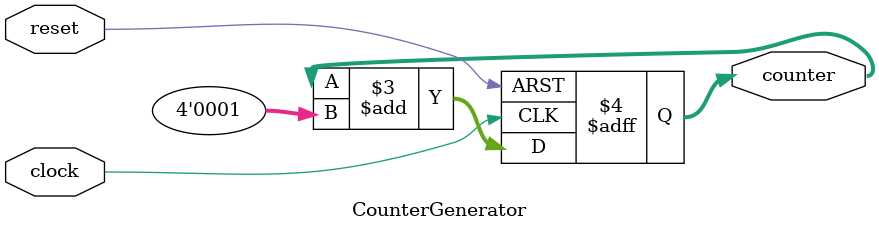
<source format=v>
module CounterGenerator(clock, reset, counter);

input clock, reset;
output [3:0]counter;

wire clock, reset;
reg [3:0]counter;

//always @ (reset)
//begin
	//if (reset == 1)	
	//begin
	//	counter <= 6'b000000;
	//end
//end
		
always @ (posedge clock, posedge reset) 
begin
	if (reset == 1)
		counter <= 4'b0000;
	else
		counter <= counter + 4'b0001;
end


endmodule

</source>
